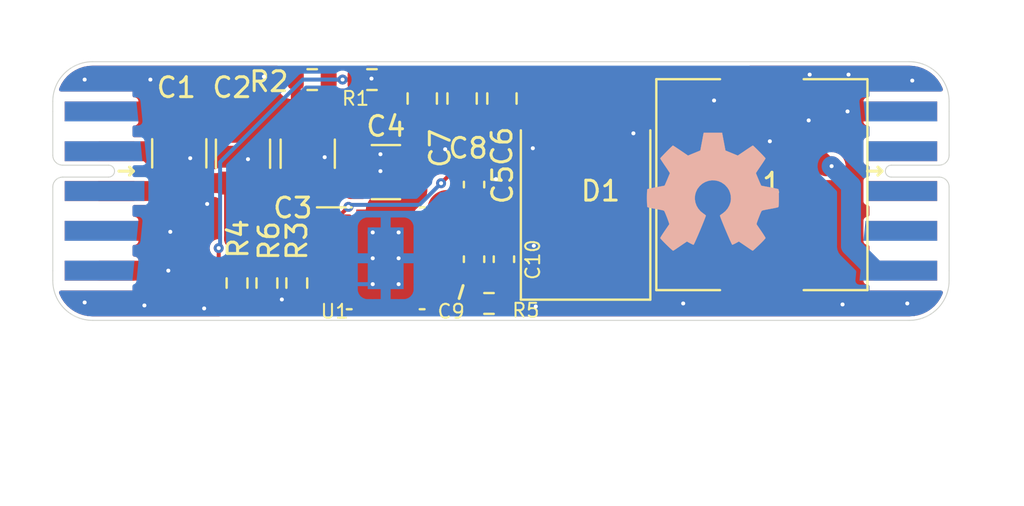
<source format=kicad_pcb>
(kicad_pcb (version 20221018) (generator pcbnew)
  (layers (0 "F.Cu" signal) (31 "B.Cu" signal) (34 "B.Paste" user) (35 "F.Paste" user) (36 "B.SilkS" user "B.Silkscreen") (37 "F.SilkS" user "F.Silkscreen") (38 "B.Mask" user) (39 "F.Mask" user) (44 "Edge.Cuts" user))
  (net 0 "")
  (net 1 "/step-down/48V")
  (net 2 "GND")
  (net 3 "/step-down/5V")
  (net 4 "/step-down/boot")
  (net 5 "/step-down/sw")
  (net 6 "/step-down/fb")
  (net 7 "Net-(U1-COMP)")
  (net 8 "Net-(C10-Pad1)")
  (net 9 "Net-(U1-EN)")
  (net 10 "Net-(U1-RT{slash}CLK)")
  (footprint "Resistor_SMD:R_0603_1608Metric" (layer "F.Cu") (at 161.9 102.15 180)
    (fp_text reference "R5" (at -1.85 -0.35) (layer "F.SilkS") (effects (font (size 0.7 0.7) (thickness 0.1))))
    (fp_text value "16.9k")
    (fp_line (start -0.237258 -0.5225) (end 0.237258 -0.5225) (stroke (width 0.12)) (layer "F.SilkS"))
    (fp_line (start -0.237258 0.5225) (end 0.237258 0.5225) (stroke (width 0.12)) (layer "F.SilkS"))
    (pad "1" smd roundrect (at -0.825 0 180) (size 0.8 0.95) (layers "F.Cu" "F.Paste" "F.Mask") (net 8 "Net-(C10-Pad1)"))
    (pad "2" smd roundrect (at 0.825 0 180) (size 0.8 0.95) (layers "F.Cu" "F.Paste" "F.Mask") (net 7 "Net-(U1-COMP)"))
  )
  (footprint "Resistor_SMD:R_0603_1608Metric" (layer "F.Cu") (at 153.025 90.9 180)
    (fp_text reference "R2" (at 2.175 -0.1) (layer "F.SilkS"))
    (fp_text value "10.2k")
    (fp_line (start -0.237258 -0.5225) (end 0.237258 -0.5225) (stroke (width 0.12)) (layer "F.SilkS"))
    (fp_line (start -0.237258 0.5225) (end 0.237258 0.5225) (stroke (width 0.12)) (layer "F.SilkS"))
    (pad "1" smd roundrect (at -0.825 0 180) (size 0.8 0.95) (layers "F.Cu" "F.Paste" "F.Mask") (net 6 "/step-down/fb"))
    (pad "2" smd roundrect (at 0.825 0 180) (size 0.8 0.95) (layers "F.Cu" "F.Paste" "F.Mask") (net 2 "GND"))
  )
  (footprint "Capacitor_SMD:C_0603_1608Metric" (layer "F.Cu") (at 161.15 96.175 -90)
    (fp_text reference "C5" (at 0 -1.43 90) (layer "F.SilkS"))
    (fp_text value "100nF")
    (fp_line (start -0.14058 -0.51) (end 0.14058 -0.51) (stroke (width 0.12)) (layer "F.SilkS"))
    (fp_line (start -0.14058 0.51) (end 0.14058 0.51) (stroke (width 0.12)) (layer "F.SilkS"))
    (pad "1" smd roundrect (at -0.775 0 270) (size 0.9 0.95) (layers "F.Cu" "F.Paste" "F.Mask") (net 4 "/step-down/boot"))
    (pad "2" smd roundrect (at 0.775 0 270) (size 0.9 0.95) (layers "F.Cu" "F.Paste" "F.Mask") (net 5 "/step-down/sw"))
  )
  (footprint "Capacitor_SMD:C_0805_2012Metric" (layer "F.Cu") (at 160.55 91.85 -90)
    (fp_text reference "C8" (at 2.5 -0.3 -180) (layer "F.SilkS"))
    (fp_text value "47uF")
    (fp_line (start -0.261252 -0.735) (end 0.261252 -0.735) (stroke (width 0.12)) (layer "F.SilkS"))
    (fp_line (start -0.261252 0.735) (end 0.261252 0.735) (stroke (width 0.12)) (layer "F.SilkS"))
    (pad "1" smd roundrect (at -0.95 0 270) (size 1 1.45) (layers "F.Cu" "F.Paste" "F.Mask") (net 3 "/step-down/5V"))
    (pad "2" smd roundrect (at 0.95 0 270) (size 1 1.45) (layers "F.Cu" "F.Paste" "F.Mask") (net 2 "GND"))
  )
  (footprint "on_edge:on_edge_2x05_device" (layer "F.Cu") (at 140 96.5 -90)
    (fp_text reference "J2")
    (fp_text value "013_PoE_rectified")
    (fp_line (start -1.2 -3.85) (end -1 -4.05) (stroke (width 0.153)) (layer "F.SilkS"))
    (fp_line (start -1 -4.05) (end -1 -3.323) (stroke (width 0.153)) (layer "F.SilkS"))
    (fp_line (start -1 -4.05) (end -0.8 -3.85) (stroke (width 0.153)) (layer "F.SilkS"))
    (fp_line (start -4 0) (end -1.8 0) (stroke (width 0.05)) (layer "Edge.Cuts"))
    (fp_line (start -1.3 -2.8) (end -1.3 -0.5) (stroke (width 0.05)) (layer "Edge.Cuts"))
    (fp_line (start -0.7 -0.5) (end -0.7 -2.8) (stroke (width 0.05)) (layer "Edge.Cuts"))
    (fp_line (start -0.2 0) (end 4 0) (stroke (width 0.05)) (layer "Edge.Cuts"))
    (fp_arc (start -1.3 -2.8) (mid -1 -3.1) (end -0.7 -2.8) (stroke (width 0.05)) (layer "Edge.Cuts"))
    (fp_arc (start -1.3 -0.5) (mid -1.446447 -0.146447) (end -1.8 0) (stroke (width 0.05)) (layer "Edge.Cuts"))
    (fp_arc (start -0.2 0) (mid -0.553553 -0.146447) (end -0.7 -0.5) (stroke (width 0.05)) (layer "Edge.Cuts"))
    (pad "1" smd rect (at -4 -2.35 90) (size 1 3.5) (layers "F.Cu" "F.Mask") (net 2 "GND"))
    (pad "2" smd rect (at -2 -2.35 270) (size 1 3.5) (layers "F.Cu" "F.Mask") (net 1 "/step-down/48V"))
    (pad "3" smd rect (at 0 -2.35 270) (size 1 3.5) (layers "F.Cu" "F.Mask") (net 1 "/step-down/48V"))
    (pad "4" smd rect (at 2 -2.35 90) (size 1 3.5) (layers "F.Cu" "F.Mask") (net 2 "GND"))
    (pad "5" smd rect (at 4 -2.35 90) (size 1 3.5) (layers "F.Cu" "F.Mask") (net 2 "GND"))
    (pad "6" smd custom (at -4 -2.4 270) (size 1 3.6) (layers "B.Cu" "B.Mask") (options (clearance outline) (anchor rect)) (primitives (gr_poly (pts (xy 0.5 -1.8) (xy 0.5 -1.9) (xy -0.5 -1.8)) (width 0) (fill yes))))
    (pad "7" smd custom (at -2 -2.1 270) (size 1 3) (layers "B.Cu" "B.Mask") (options (clearance outline) (anchor rect)) (primitives (gr_poly (pts (xy 0.3 -0.51) (xy 0.31 -0.62) (xy 0.33 -0.7) (xy 0.35 -0.76) (xy 0.37 -0.81) (xy 0.4 -0.86) (xy 0.44 -0.92) (xy 0.48 -0.97) (xy 0.5 -0.99) (xy 0.5 -2.4) (xy -0.5 -2.3) (xy -0.5 1.5) (xy 0.3 1.5)) (width 0) (fill yes))))
    (pad "8" smd rect (at 0 -2.6 270) (size 1 4) (layers "B.Cu" "B.Mask"))
    (pad "9" smd custom (at 2 -2.4 270) (size 1 3.6) (layers "B.Cu" "B.Mask") (options (clearance outline) (anchor rect)) (primitives (gr_poly (pts (xy -0.5 -1.8) (xy -0.5 -1.9) (xy 0.5 -1.8)) (width 0) (fill yes))))
    (pad "10" smd custom (at 4 -2.3 270) (size 1 3.4) (layers "B.Cu" "B.Mask") (options (clearance outline) (anchor rect)) (primitives (gr_poly (pts (xy -0.5 -1.7) (xy -0.5 -1.8) (xy 0.5 -1.7)) (width 0) (fill yes))))
    (zone (net 0) (net_name "") (layers "F&B.Cu") (connect_pads (clearance 0)) (min_thickness 0.254)
      (keepout (tracks allowed) (vias not_allowed) (pads allowed) (copperpour not_allowed) (footprints not_allowed))
      (fill (thermal_gap 0.508) (thermal_bridge_width 0.508))
      (polygon (pts (xy 140 101.5) (xy 140 91.5) (xy 144 91.5) (xy 144 101.5)))
    )
  )
  (footprint "Capacitor_SMD:C_0603_1608Metric" (layer "F.Cu") (at 161.15 99.925 90)
    (fp_text reference "C9" (at -2.625 -1.15 180) (layer "F.SilkS") (effects (font (size 0.7 0.7) (thickness 0.1))))
    (fp_text value "47pF")
    (fp_line (start -0.14058 -0.51) (end 0.14058 -0.51) (stroke (width 0.12)) (layer "F.SilkS"))
    (fp_line (start -0.14058 0.51) (end 0.14058 0.51) (stroke (width 0.12)) (layer "F.SilkS"))
    (pad "1" smd roundrect (at -0.775 0 90) (size 0.9 0.95) (layers "F.Cu" "F.Paste" "F.Mask") (net 7 "Net-(U1-COMP)"))
    (pad "2" smd roundrect (at 0.775 0 90) (size 0.9 0.95) (layers "F.Cu" "F.Paste" "F.Mask") (net 2 "GND"))
  )
  (footprint "Capacitor_SMD:C_1210_3225Metric" (layer "F.Cu") (at 146.35 94.605 90)
    (fp_text reference "C1" (at 3.305 -0.15 180) (layer "F.SilkS"))
    (fp_text value "2.2uF")
    (fp_line (start -0.711252 -1.36) (end 0.711252 -1.36) (stroke (width 0.12)) (layer "F.SilkS"))
    (fp_line (start -0.711252 1.36) (end 0.711252 1.36) (stroke (width 0.12)) (layer "F.SilkS"))
    (pad "1" smd roundrect (at -1.475 0 90) (size 1.15 2.7) (layers "F.Cu" "F.Paste" "F.Mask") (roundrect_rratio 0.2173913043) (net 1 "/step-down/48V"))
    (pad "2" smd roundrect (at 1.475 0 90) (size 1.15 2.7) (layers "F.Cu" "F.Paste" "F.Mask") (roundrect_rratio 0.2173913043) (net 2 "GND"))
  )
  (footprint "Capacitor_SMD:C_0603_1608Metric" (layer "F.Cu") (at 162.65 99.925 90)
    (fp_text reference "C10" (at -0.025 1.45 90) (layer "F.SilkS") (effects (font (size 0.7 0.7) (thickness 0.1))))
    (fp_text value "4.7nF")
    (fp_line (start -0.14058 -0.51) (end 0.14058 -0.51) (stroke (width 0.12)) (layer "F.SilkS"))
    (fp_line (start -0.14058 0.51) (end 0.14058 0.51) (stroke (width 0.12)) (layer "F.SilkS"))
    (pad "1" smd roundrect (at -0.775 0 90) (size 0.9 0.95) (layers "F.Cu" "F.Paste" "F.Mask") (net 8 "Net-(C10-Pad1)"))
    (pad "2" smd roundrect (at 0.775 0 90) (size 0.9 0.95) (layers "F.Cu" "F.Paste" "F.Mask") (net 2 "GND"))
  )
  (footprint "on_edge:on_edge_2x05_host" (layer "F.Cu") (at 185 96.5 -90)
    (fp_text reference "J1")
    (fp_text value "003_power")
    (fp_line (start -1 3.373) (end -1.2 3.573) (stroke (width 0.153)) (layer "F.SilkS"))
    (fp_line (start -1 4.1) (end -1 3.373) (stroke (width 0.153)) (layer "F.SilkS"))
    (fp_line (start -0.8 3.573) (end -1 3.373) (stroke (width 0.153)) (layer "F.SilkS"))
    (fp_line (start -4 0) (end -1.8 0) (stroke (width 0.05)) (layer "Edge.Cuts"))
    (fp_line (start -1.3 0.5) (end -1.3 2.9) (stroke (width 0.05)) (layer "Edge.Cuts"))
    (fp_line (start -0.7 2.9) (end -0.7 0.5) (stroke (width 0.05)) (layer "Edge.Cuts"))
    (fp_line (start -0.2 0) (end 4 0) (stroke (width 0.05)) (layer "Edge.Cuts"))
    (fp_arc (start -1.8 0) (mid -1.446447 0.146447) (end -1.3 0.5) (stroke (width 0.05)) (layer "Edge.Cuts"))
    (fp_arc (start -0.7 0.5) (mid -0.553553 0.146447) (end -0.2 0) (stroke (width 0.05)) (layer "Edge.Cuts"))
    (fp_arc (start -0.7 2.9) (mid -1 3.2) (end -1.3 2.9) (stroke (width 0.05)) (layer "Edge.Cuts"))
    (pad "1" smd rect (at -4 2.35 270) (size 1 3.5) (layers "F.Cu" "F.Mask") (net 2 "GND"))
    (pad "2" smd rect (at -2 2.35 270) (size 1 3.5) (layers "F.Cu" "F.Mask"))
    (pad "3" smd rect (at 0 2.35 270) (size 1 3.5) (layers "F.Cu" "F.Mask"))
    (pad "4" smd rect (at 2 2.35 270) (size 1 3.5) (layers "F.Cu" "F.Mask"))
    (pad "5" smd rect (at 4 2.35 270) (size 1 3.5) (layers "F.Cu" "F.Mask"))
    (pad "6" smd custom (at -4 2.4 90) (size 1 3.6) (layers "B.Cu" "B.Mask") (options (clearance outline) (anchor rect)) (primitives (gr_poly (pts (xy 0.5 -1.8) (xy -0.5 -1.8) (xy 0.5 -1.9)) (width 0) (fill yes))))
    (pad "7" smd rect (at -2 2.35 90) (size 1 3.5) (layers "B.Cu" "B.Mask"))
    (pad "8" smd rect (at 0 2.35 90) (size 1 3.5) (layers "B.Cu" "B.Mask"))
    (pad "9" smd custom (at 2 2.4 90) (size 1 3.6) (layers "B.Cu" "B.Mask") (options (clearance outline) (anchor rect)) (primitives (gr_poly (pts (xy 0.5 -1.8) (xy -0.5 -1.8) (xy -0.5 -1.9)) (width 0) (fill yes))))
    (pad "10" smd custom (at 4 2.5 90) (size 1 3.8) (layers "B.Cu" "B.Mask") (net 3 "/step-down/5V") (options (clearance outline) (anchor rect)) (primitives (gr_poly (pts (xy 0.5 -1.9) (xy -0.5 -1.9) (xy -0.5 -2)) (width 0) (fill yes))))
    (zone (net 0) (net_name "") (layers "F&B.Cu") (connect_pads (clearance 0)) (min_thickness 0.254)
      (keepout (tracks allowed) (vias not_allowed) (pads allowed) (copperpour not_allowed) (footprints not_allowed))
      (fill (thermal_gap 0.508) (thermal_bridge_width 0.508))
      (polygon (pts (xy 181 101.5) (xy 181 91.5) (xy 185 91.5) (xy 185 101.5)))
    )
  )
  (footprint "Diode_SMD:D_SMC" (layer "F.Cu") (at 166.75 97.05 90)
    (fp_text reference "D1" (at 0.55 0.75 180) (layer "F.SilkS"))
    (fp_text value "D560C")
    (fp_line (start -4.91 -3.25) (end 3.6 -3.25) (stroke (width 0.12)) (layer "F.SilkS"))
    (fp_line (start -4.91 3.25) (end -4.91 -3.25) (stroke (width 0.12)) (layer "F.SilkS"))
    (fp_line (start -4.91 3.25) (end 3.6 3.25) (stroke (width 0.12)) (layer "F.SilkS"))
    (pad "1" smd roundrect (at -3.4 0 180) (size 3.3 2.5) (layers "F.Cu" "F.Paste" "F.Mask") (roundrect_rratio 0.1) (net 5 "/step-down/sw"))
    (pad "2" smd roundrect (at 3.4 0 180) (size 3.3 2.5) (layers "F.Cu" "F.Paste" "F.Mask") (roundrect_rratio 0.1) (net 2 "GND"))
  )
  (footprint "Capacitor_SMD:C_0805_2012Metric" (layer "F.Cu") (at 158.55 91.85 -90)
    (fp_text reference "C7" (at 2.5 -0.9 90) (layer "F.SilkS"))
    (fp_text value "47uF")
    (fp_line (start -0.261252 -0.735) (end 0.261252 -0.735) (stroke (width 0.12)) (layer "F.SilkS"))
    (fp_line (start -0.261252 0.735) (end 0.261252 0.735) (stroke (width 0.12)) (layer "F.SilkS"))
    (pad "1" smd roundrect (at -0.95 0 270) (size 1 1.45) (layers "F.Cu" "F.Paste" "F.Mask") (net 3 "/step-down/5V"))
    (pad "2" smd roundrect (at 0.95 0 270) (size 1 1.45) (layers "F.Cu" "F.Paste" "F.Mask") (net 2 "GND"))
  )
  (footprint "Resistor_SMD:R_0603_1608Metric" (layer "F.Cu") (at 150.75 101.125 -90)
    (fp_text reference "R6" (at -2.125 -0.1 90) (layer "F.SilkS"))
    (fp_text value "243k")
    (fp_line (start -0.237258 -0.5225) (end 0.237258 -0.5225) (stroke (width 0.12)) (layer "F.SilkS"))
    (fp_line (start -0.237258 0.5225) (end 0.237258 0.5225) (stroke (width 0.12)) (layer "F.SilkS"))
    (pad "1" smd roundrect (at -0.825 0 270) (size 0.8 0.95) (layers "F.Cu" "F.Paste" "F.Mask") (net 10 "Net-(U1-RT{slash}CLK)"))
    (pad "2" smd roundrect (at 0.825 0 270) (size 0.8 0.95) (layers "F.Cu" "F.Paste" "F.Mask") (net 2 "GND"))
  )
  (footprint "Capacitor_SMD:C_1210_3225Metric" (layer "F.Cu") (at 152.8 94.625 90)
    (fp_text reference "C3" (at -2.725 -0.75 180) (layer "F.SilkS"))
    (fp_text value "2.2uF")
    (fp_line (start -0.711252 -1.36) (end 0.711252 -1.36) (stroke (width 0.12)) (layer "F.SilkS"))
    (fp_line (start -0.711252 1.36) (end 0.711252 1.36) (stroke (width 0.12)) (layer "F.SilkS"))
    (pad "1" smd roundrect (at -1.475 0 90) (size 1.15 2.7) (layers "F.Cu" "F.Paste" "F.Mask") (roundrect_rratio 0.2173913043) (net 1 "/step-down/48V"))
    (pad "2" smd roundrect (at 1.475 0 90) (size 1.15 2.7) (layers "F.Cu" "F.Paste" "F.Mask") (roundrect_rratio 0.2173913043) (net 2 "GND"))
  )
  (footprint "Resistor_SMD:R_0603_1608Metric" (layer "F.Cu") (at 152.25 101.125 -90)
    (fp_text reference "R3" (at -2.125 0 90) (layer "F.SilkS"))
    (fp_text value "10k")
    (fp_line (start -0.237258 -0.5225) (end 0.237258 -0.5225) (stroke (width 0.12)) (layer "F.SilkS"))
    (fp_line (start -0.237258 0.5225) (end 0.237258 0.5225) (stroke (width 0.12)) (layer "F.SilkS"))
    (pad "1" smd roundrect (at -0.825 0 270) (size 0.8 0.95) (layers "F.Cu" "F.Paste" "F.Mask") (net 9 "Net-(U1-EN)"))
    (pad "2" smd roundrect (at 0.825 0 270) (size 0.8 0.95) (layers "F.Cu" "F.Paste" "F.Mask") (net 2 "GND"))
  )
  (footprint "Resistor_SMD:R_0603_1608Metric" (layer "F.Cu") (at 149.25 101.125 -90)
    (fp_text reference "R4" (at -2.225 -0.05 90) (layer "F.SilkS"))
    (fp_text value "10k")
    (fp_line (start -0.237258 -0.5225) (end 0.237258 -0.5225) (stroke (width 0.12)) (layer "F.SilkS"))
    (fp_line (start -0.237258 0.5225) (end 0.237258 0.5225) (stroke (width 0.12)) (layer "F.SilkS"))
    (pad "1" smd roundrect (at -0.825 0 270) (size 0.8 0.95) (layers "F.Cu" "F.Paste" "F.Mask") (net 1 "/step-down/48V"))
    (pad "2" smd roundrect (at 0.825 0 270) (size 0.8 0.95) (layers "F.Cu" "F.Paste" "F.Mask") (net 9 "Net-(U1-EN)"))
  )
  (footprint "Capacitor_SMD:C_0805_2012Metric" (layer "F.Cu") (at 162.55 91.85 -90)
    (fp_text reference "C6" (at 2.4 0 90) (layer "F.SilkS"))
    (fp_text value "47uF")
    (fp_line (start -0.261252 -0.735) (end 0.261252 -0.735) (stroke (width 0.12)) (layer "F.SilkS"))
    (fp_line (start -0.261252 0.735) (end 0.261252 0.735) (stroke (width 0.12)) (layer "F.SilkS"))
    (pad "1" smd roundrect (at -0.95 0 270) (size 1 1.45) (layers "F.Cu" "F.Paste" "F.Mask") (net 3 "/step-down/5V"))
    (pad "2" smd roundrect (at 0.95 0 270) (size 1 1.45) (layers "F.Cu" "F.Paste" "F.Mask") (net 2 "GND"))
  )
  (footprint "Capacitor_SMD:C_1210_3225Metric" (layer "F.Cu") (at 156.725 95.55)
    (fp_text reference "C4" (at 0 -2.3) (layer "F.SilkS"))
    (fp_text value "2.2uF")
    (fp_line (start -0.711252 -1.36) (end 0.711252 -1.36) (stroke (width 0.12)) (layer "F.SilkS"))
    (fp_line (start -0.711252 1.36) (end 0.711252 1.36) (stroke (width 0.12)) (layer "F.SilkS"))
    (pad "1" smd roundrect (at -1.475 0) (size 1.15 2.7) (layers "F.Cu" "F.Paste" "F.Mask") (roundrect_rratio 0.2173913043) (net 1 "/step-down/48V"))
    (pad "2" smd roundrect (at 1.475 0) (size 1.15 2.7) (layers "F.Cu" "F.Paste" "F.Mask") (roundrect_rratio 0.2173913043) (net 2 "GND"))
  )
  (footprint "Package_SO:Texas_R-PDSO-G8_EP2.95x4.9mm_Mask2.4x3.1mm_ThermalVias" (layer "F.Cu") (at 156.7125 99.88)
    (fp_text reference "U1" (at -2.5625 2.67) (layer "F.SilkS") (effects (font (size 0.7 0.7) (thickness 0.1))))
    (fp_text value "TPS54560BDDA")
    (fp_line (start -1.710584 -2.56) (end -3.45 -2.56) (stroke (width 0.12)) (layer "F.SilkS"))
    (fp_line (start -1.710584 2.56) (end -1.95 2.56) (stroke (width 0.12)) (layer "F.SilkS"))
    (fp_line (start 1.710584 -2.56) (end 1.95 -2.56) (stroke (width 0.12)) (layer "F.SilkS"))
    (fp_line (start 1.710584 2.56) (end 1.95 2.56) (stroke (width 0.12)) (layer "F.SilkS"))
    (pad "1" smd roundrect (at -2.5625 -1.905) (size 1.775 0.6) (layers "F.Cu" "F.Paste" "F.Mask") (net 4 "/step-down/boot"))
    (pad "2" smd roundrect (at -2.5625 -0.635) (size 1.775 0.6) (layers "F.Cu" "F.Paste" "F.Mask") (net 1 "/step-down/48V"))
    (pad "3" smd roundrect (at -2.5625 0.635) (size 1.775 0.6) (layers "F.Cu" "F.Paste" "F.Mask") (net 9 "Net-(U1-EN)"))
    (pad "4" smd roundrect (at -2.5625 1.905) (size 1.775 0.6) (layers "F.Cu" "F.Paste" "F.Mask") (net 10 "Net-(U1-RT{slash}CLK)"))
    (pad "5" smd roundrect (at 2.5625 1.905) (size 1.775 0.6) (layers "F.Cu" "F.Paste" "F.Mask") (net 6 "/step-down/fb"))
    (pad "6" smd roundrect (at 2.5625 0.635) (size 1.775 0.6) (layers "F.Cu" "F.Paste" "F.Mask") (net 7 "Net-(U1-COMP)"))
    (pad "7" smd roundrect (at 2.5625 -0.635) (size 1.775 0.6) (layers "F.Cu" "F.Paste" "F.Mask") (net 2 "GND"))
    (pad "8" smd roundrect (at 2.5625 -1.905) (size 1.775 0.6) (layers "F.Cu" "F.Paste" "F.Mask") (net 5 "/step-down/sw"))
    (pad "9" thru_hole circle (at -0.65 -1.3) (size 0.5 0.5) (drill 0.2) (layers "*.Cu") (net 2 "GND"))
    (pad "9" thru_hole circle (at -0.65 0) (size 0.5 0.5) (drill 0.2) (layers "*.Cu") (net 2 "GND"))
    (pad "9" thru_hole circle (at -0.65 1.3) (size 0.5 0.5) (drill 0.2) (layers "*.Cu") (net 2 "GND"))
    (pad "9" smd rect (at 0 0) (size 1.8 3.1) (layers "B.Cu") (net 2 "GND"))
    (pad "9" smd rect (at 0 0) (size 2.95 4.9) (layers "F.Cu") (net 2 "GND"))
    (pad "9" thru_hole circle (at 0.65 -1.3) (size 0.5 0.5) (drill 0.2) (layers "*.Cu") (net 2 "GND"))
    (pad "9" thru_hole circle (at 0.65 0) (size 0.5 0.5) (drill 0.2) (layers "*.Cu") (net 2 "GND"))
    (pad "9" thru_hole circle (at 0.65 1.3) (size 0.5 0.5) (drill 0.2) (layers "*.Cu") (net 2 "GND"))
  )
  (footprint "Resistor_SMD:R_0603_1608Metric" (layer "F.Cu") (at 156.025 90.9 180)
    (fp_text reference "R1" (at 0.825 -0.95) (layer "F.SilkS") (effects (font (size 0.7 0.7) (thickness 0.1))))
    (fp_text value "53.6k")
    (fp_line (start -0.237258 -0.5225) (end 0.237258 -0.5225) (stroke (width 0.12)) (layer "F.SilkS"))
    (fp_line (start -0.237258 0.5225) (end 0.237258 0.5225) (stroke (width 0.12)) (layer "F.SilkS"))
    (pad "1" smd roundrect (at -0.825 0 180) (size 0.8 0.95) (layers "F.Cu" "F.Paste" "F.Mask") (net 3 "/step-down/5V"))
    (pad "2" smd roundrect (at 0.825 0 180) (size 0.8 0.95) (layers "F.Cu" "F.Paste" "F.Mask") (net 6 "/step-down/fb"))
  )
  (footprint "Capacitor_SMD:C_1210_3225Metric" (layer "F.Cu") (at 149.55 94.625 90)
    (fp_text reference "C2" (at 3.325 -0.55 180) (layer "F.SilkS"))
    (fp_text value "2.2uF")
    (fp_line (start -0.711252 -1.36) (end 0.711252 -1.36) (stroke (width 0.12)) (layer "F.SilkS"))
    (fp_line (start -0.711252 1.36) (end 0.711252 1.36) (stroke (width 0.12)) (layer "F.SilkS"))
    (pad "1" smd roundrect (at -1.475 0 90) (size 1.15 2.7) (layers "F.Cu" "F.Paste" "F.Mask") (roundrect_rratio 0.2173913043) (net 1 "/step-down/48V"))
    (pad "2" smd roundrect (at 1.475 0 90) (size 1.15 2.7) (layers "F.Cu" "F.Paste" "F.Mask") (roundrect_rratio 0.2173913043) (net 2 "GND"))
  )
  (footprint "Inductor_SMD:L_10.4x10.4_H4.8" (layer "F.Cu") (at 175.6 96.18 90)
    (fp_text reference "L1" (at 0.08 0.1 180) (layer "F.SilkS"))
    (fp_text value "6.8uH")
    (fp_line (start -5.3 -5.3) (end 5.3 -5.3) (stroke (width 0.12)) (layer "F.SilkS"))
    (fp_line (start -5.3 -2.1) (end -5.3 -5.3) (stroke (width 0.12)) (layer "F.SilkS"))
    (fp_line (start -5.3 5.3) (end -5.3 2.1) (stroke (width 0.12)) (layer "F.SilkS"))
    (fp_line (start 5.3 -5.3) (end 5.3 -2.1) (stroke (width 0.12)) (layer "F.SilkS"))
    (fp_line (start 5.3 2.1) (end 5.3 5.3) (stroke (width 0.12)) (layer "F.SilkS"))
    (fp_line (start 5.3 5.3) (end -5.3 5.3) (stroke (width 0.12)) (layer "F.SilkS"))
    (pad "1" smd rect (at -4.15 0 90) (size 2.7 3.6) (layers "F.Cu" "F.Paste" "F.Mask") (net 5 "/step-down/sw"))
    (pad "2" smd rect (at 4.15 0 90) (size 2.7 3.6) (layers "F.Cu" "F.Paste" "F.Mask") (net 3 "/step-down/5V"))
  )
  (footprint "Symbol:OSHW-Symbol_6.7x6mm_SilkScreen" (layer "B.Cu") (at 173.15 96.55 180)
    (fp_text reference "LOGO1" hide)
    (fp_text value "Logo_Open_Hardware_Small" hide)
    (fp_poly (pts (xy 0.555814 2.531069) (xy 0.639635 2.086445) (xy 0.94892 1.958947) (xy 1.258206 1.831449) (xy 1.629246 2.083754) (xy 1.733157 2.154004) (xy 1.827087 2.216728) (xy 1.906652 2.269062) (xy 1.96747 2.308143) (xy 2.005157 2.331107) (xy 2.015421 2.336058) (xy 2.03391 2.323324) (xy 2.07342 2.288118) (xy 2.129522 2.234938) (xy 2.197787 2.168282) (xy 2.273786 2.092646) (xy 2.353092 2.012528) (xy 2.431275 1.932426) (xy 2.503907 1.856836) (xy 2.566559 1.790255) (xy 2.614803 1.737182) (xy 2.64421 1.702113) (xy 2.651241 1.690377) (xy 2.641123 1.66874) (xy 2.612759 1.621338) (xy 2.569129 1.552807) (xy 2.513218 1.467785) (xy 2.448006 1.370907) (xy 2.410219 1.31565) (xy 2.341343 1.214752) (xy 2.28014 1.123701) (xy 2.229578 1.04703) (xy 2.192628 0.989272) (xy 2.172258 0.954957) (xy 2.169197 0.947746) (xy 2.176136 0.927252) (xy 2.195051 0.879487) (xy 2.223087 0.811168) (xy 2.257391 0.729011) (xy 2.295109 0.63973) (xy 2.333387 0.550042) (xy 2.36937 0.466662) (xy 2.400206 0.396306) (xy 2.423039 0.34569) (xy 2.435017 0.321529) (xy 2.435724 0.320578) (xy 2.454531 0.315964) (xy 2.504618 0.305672) (xy 2.580793 0.290713) (xy 2.677865 0.272099) (xy 2.790643 0.250841) (xy 2.856442 0.238582) (xy 2.97695 0.215638) (xy 3.085797 0.193805) (xy 3.177476 0.174278) (xy 3.246481 0.158252) (xy 3.287304 0.146921) (xy 3.295511 0.143326) (xy 3.303548 0.118994) (xy 3.310033 0.064041) (xy 3.31497 -0.015108) (xy 3.318364 -0.112026) (xy 3.320218 -0.220287) (xy 3.320538 -0.333465) (xy 3.319327 -0.445135) (xy 3.31659 -0.548868) (xy 3.312331 -0.638241) (xy 3.306555 -0.706826) (xy 3.299267 -0.748197) (xy 3.294895 -0.75681) (xy 3.268764 -0.767133) (xy 3.213393 -0.781892) (xy 3.136107 -0.799352) (xy 3.04423 -0.81778) (xy 3.012158 -0.823741) (xy 2.857524 -0.852066) (xy 2.735375 -0.874876) (xy 2.641673 -0.89308) (xy 2.572384 -0.907583) (xy 2.523471 -0.919292) (xy 2.490897 -0.929115) (xy 2.470628 -0.937956) (xy 2.458626 -0.946724) (xy 2.456947 -0.948457) (xy 2.440184 -0.976371) (xy 2.414614 -1.030695) (xy 2.382788 -1.104777) (xy 2.34726 -1.191965) (xy 2.310583 -1.285608) (xy 2.275311 -1.379052) (xy 2.243996 -1.465647) (xy 2.219193 -1.53874) (xy 2.203454 -1.591678) (xy 2.199332 -1.617811) (xy 2.199676 -1.618726) (xy 2.213641 -1.640086) (xy 2.245322 -1.687084) (xy 2.291391 -1.754827) (xy 2.348518 -1.838423) (xy 2.413373 -1.932982) (xy 2.431843 -1.959854) (xy 2.497699 -2.057275) (xy 2.55565 -2.146163) (xy 2.602538 -2.221412) (xy 2.635207 -2.27792) (xy 2.6505 -2.310581) (xy 2.651241 -2.314593) (xy 2.638392 -2.335684) (xy 2.602888 -2.377464) (xy 2.549293 -2.435445) (xy 2.482171 -2.505135) (xy 2.406087 -2.582045) (xy 2.325604 -2.661683) (xy 2.245287 -2.739561) (xy 2.169699 -2.811186) (xy 2.103405 -2.87207) (xy 2.050969 -2.917721) (xy 2.016955 -2.94365) (xy 2.007545 -2.947883) (xy 1.985643 -2.937912) (xy 1.9408 -2.91102) (xy 1.880321 -2.871736) (xy 1.833789 -2.840117) (xy 1.749475 -2.782098) (xy 1.649626 -2.713784) (xy 1.549473 -2.645579) (xy 1.495627 -2.609075) (xy 1.313371 -2.4858) (xy 1.160381 -2.56852) (xy 1.090682 -2.604759) (xy 1.031414 -2.632926) (xy 0.991311 -2.648991) (xy 0.981103 -2.651226) (xy 0.968829 -2.634722) (xy 0.944613 -2.588082) (xy 0.910263 -2.515609) (xy 0.867588 -2.421606) (xy 0.818394 -2.310374) (xy 0.76449 -2.186215) (xy 0.707684 -2.053432) (xy 0.649782 -1.916327) (xy 0.592593 -1.779202) (xy 0.537924 -1.646358) (xy 0.487584 -1.522098) (xy 0.44338 -1.410725) (xy 0.407119 -1.316539) (xy 0.380609 -1.243844) (xy 0.365658 -1.196941) (xy 0.363254 -1.180833) (xy 0.382311 -1.160286) (xy 0.424036 -1.126933) (xy 0.479706 -1.087702) (xy 0.484378 -1.084599) (xy 0.628264 -0.969423) (xy 0.744283 -0.835053) (xy 0.83143 -0.685784) (xy 0.888699 -0.525913) (xy 0.915086 -0.359737) (xy 0.909585 -0.191552) (xy 0.87119 -0.025655) (xy 0.798895 0.133658) (xy 0.777626 0.168513) (xy 0.666996 0.309263) (xy 0.536302 0.422286) (xy 0.390064 0.506997) (xy 0.232808 0.562806) (xy 0.069057 0.589126) (xy -0.096667 0.58537) (xy -0.259838 0.55095) (xy -0.415935 0.485277) (xy -0.560433 0.387765) (xy -0.605131 0.348187) (xy -0.718888 0.224297) (xy -0.801782 0.093876) (xy -0.858644 -0.052315) (xy -0.890313 -0.197088) (xy -0.898131 -0.35986) (xy -0.872062 -0.52344) (xy -0.814755 -0.682298) (xy -0.728856 -0.830906) (xy -0.617014 -0.963735) (xy -0.481877 -1.075256) (xy -0.464117 -1.087011) (xy -0.40785 -1.125508) (xy -0.365077 -1.158863) (xy -0.344628 -1.18016) (xy -0.344331 -1.180833) (xy -0.348721 -1.203871) (xy -0.366124 -1.256157) (xy -0.394732 -1.33339) (xy -0.432735 -1.431268) (xy -0.478326 -1.545491) (xy -0.529697 -1.671758) (xy -0.585038 -1.805767) (xy -0.642542 -1.943218) (xy -0.700399 -2.079808) (xy -0.756802 -2.211237) (xy -0.809942 -2.333205) (xy -0.85801 -2.441409) (xy -0.899199 -2.531549) (xy -0.931699 -2.599323) (xy -0.953703 -2.64043) (xy -0.962564 -2.651226) (xy -0.98964 -2.642819) (xy -1.040303 -2.620272) (xy -1.105817 -2.587613) (xy -1.141841 -2.56852) (xy -1.294832 -2.4858) (xy -1.477088 -2.609075) (xy -1.570125 -2.672228) (xy -1.671985 -2.741727) (xy -1.767438 -2.807165) (xy -1.81525 -2.840117) (xy -1.882495 -2.885273) (xy -1.939436 -2.921057) (xy -1.978646 -2.942938) (xy -1.991381 -2.947563) (xy -2.009917 -2.935085) (xy -2.050941 -2.900252) (xy -2.110475 -2.846678) (xy -2.184542 -2.777983) (xy -2.269165 -2.697781) (xy -2.322685 -2.646286) (xy -2.416319 -2.554286) (xy -2.497241 -2.471999) (xy -2.562177 -2.402945) (xy -2.607858 -2.350644) (xy -2.631011 -2.318616) (xy -2.633232 -2.312116) (xy -2.622924 -2.287394) (xy -2.594439 -2.237405) (xy -2.550937 -2.167212) (xy -2.495577 -2.081875) (xy -2.43152 -1.986456) (xy -2.413303 -1.959854) (xy -2.346927 -1.863167) (xy -2.287378 -1.776117) (xy -2.237984 -1.703595) (xy -2.202075 -1.650493) (xy -2.182981 -1.621703) (xy -2.181136 -1.618726) (xy -2.183895 -1.595782) (xy -2.198538 -1.545336) (xy -2.222513 -1.474041) (xy -2.253266 -1.388547) (xy -2.288244 -1.295507) (xy -2.324893 -1.201574) (xy -2.360661 -1.113399) (xy -2.392994 -1.037634) (xy -2.419338 -0.980931) (xy -2.437142 -0.949943) (xy -2.438407 -0.948457) (xy -2.449294 -0.939601) (xy -2.467682 -0.930843) (xy -2.497606 -0.921277) (xy -2.543103 -0.909996) (xy -2.608209 -0.896093) (xy -2.696961 -0.878663) (xy -2.813393 -0.856798) (xy -2.961542 -0.829591) (xy -2.993618 -0.823741) (xy -3.088686 -0.805374) (xy -3.171565 -0.787405) (xy -3.23493 -0.771569) (xy -3.271458 -0.7596) (xy -3.276356 -0.75681) (xy -3.284427 -0.732072) (xy -3.290987 -0.67679) (xy -3.296033 -0.597389) (xy -3.299559 -0.500296) (xy -3.301561 -0.391938) (xy -3.302036 -0.27874) (xy -3.300977 -0.167128) (xy -3.298382 -0.063529) (xy -3.294246 0.025632) (xy -3.288563 0.093928) (xy -3.281331 0.134934) (xy -3.276971 0.143326) (xy -3.252698 0.151792) (xy -3.197426 0.165565) (xy -3.116662 0.18345) (xy -3.015912 0.204252) (xy -2.900683 0.226777) (xy -2.837902 0.238582) (xy -2.718787 0.260849) (xy -2.612565 0.281021) (xy -2.524427 0.298085) (xy -2.459566 0.311031) (xy -2.423174 0.318845) (xy -2.417184 0.320578) (xy -2.407061 0.34011) (xy -2.385662 0.387157) (xy -2.355839 0.454997) (xy -2.320445 0.536909) (xy -2.282332 0.626172) (xy -2.244353 0.716065) (xy -2.20936 0.799865) (xy -2.180206 0.870853) (xy -2.159743 0.922306) (xy -2.150823 0.947503) (xy -2.150657 0.948604) (xy -2.160769 0.968481) (xy -2.189117 1.014223) (xy -2.232723 1.081283) (xy -2.288606 1.165116) (xy -2.353787 1.261174) (xy -2.391679 1.31635) (xy -2.460725 1.417519) (xy -2.52205 1.50937) (xy -2.572663 1.587256) (xy -2.609571 1.646531) (xy -2.629782 1.682549) (xy -2.632701 1.690623) (xy -2.620153 1.709416) (xy -2.585463 1.749543) (xy -2.533063 1.806507) (xy -2.467384 1.875815) (xy -2.392856 1.952969) (xy -2.313913 2.033475) (xy -2.234983 2.112837) (xy -2.1605 2.18656) (xy -2.094894 2.250148) (xy -2.042596 2.299106) (xy -2.008039 2.328939) (xy -1.996478 2.336058) (xy -1.977654 2.326047) (xy -1.932631 2.297922) (xy -1.865787 2.254546) (xy -1.781499 2.198782) (xy -1.684144 2.133494) (xy -1.610707 2.083754) (xy -1.239667 1.831449) (xy -0.621095 2.086445) (xy -0.537275 2.531069) (xy -0.453454 2.975693) (xy 0.471994 2.975693) (xy 0.555814 2.531069)) (stroke (width 0.01)) (fill solid) (layer "B.SilkS"))
  )
  (gr_line (start 160.4 101.9) (end 160.6 101.25) (stroke (width 0.15)) (layer "F.SilkS"))
  (gr_line (start 142 90) (end 183 90) (stroke (width 0.05)) (layer "Edge.Cuts"))
  (gr_arc (start 185 101) (mid 184.414214 102.414214) (end 183 103) (stroke (width 0.05)) (layer "Edge.Cuts"))
  (gr_line (start 185 101) (end 185 100.5) (stroke (width 0.05)) (layer "Edge.Cuts"))
  (gr_line (start 183 103) (end 142 103) (stroke (width 0.05)) (layer "Edge.Cuts"))
  (gr_arc (start 183 90) (mid 184.414214 90.585786) (end 185 92) (stroke (width 0.05)) (layer "Edge.Cuts"))
  (gr_line (start 140 101) (end 140 100.5) (stroke (width 0.05)) (layer "Edge.Cuts"))
  (gr_arc (start 142 103) (mid 140.585786 102.414214) (end 140 101) (stroke (width 0.05)) (layer "Edge.Cuts"))
  (gr_line (start 185 92.5) (end 185 92) (stroke (width 0.05)) (layer "Edge.Cuts"))
  (gr_line (start 140 92.5) (end 140 92) (stroke (width 0.05)) (layer "Edge.Cuts"))
  (gr_arc (start 140 92) (mid 140.585786 90.585786) (end 142 90) (stroke (width 0.05)) (layer "Edge.Cuts"))
  (segment (start 149.1 98.9) (end 149.1 96.55) (width 1) (layer "F.Cu") (net 1))
  (segment (start 146.37 96.1) (end 146.35 96.08) (width 1) (layer "F.Cu") (net 1))
  (segment (start 149.1 96.55) (end 149.55 96.1) (width 1) (layer "F.Cu") (net 1))
  (segment (start 153.262501 99.245) (end 152.917501 98.9) (width 1) (layer "F.Cu") (net 1))
  (segment (start 142.35 96.5) (end 145.93 96.5) (width 1) (layer "F.Cu") (net 1))
  (segment (start 144.77 94.5) (end 146.35 96.08) (width 1) (layer "F.Cu") (net 1))
  (segment (start 149.1 98.9) (end 149.225 99.025) (width 1) (layer "F.Cu") (net 1))
  (segment (start 142.35 94.5) (end 144.77 94.5) (width 1) (layer "F.Cu") (net 1))
  (segment (start 152.917501 98.9) (end 149.1 98.9) (width 1) (layer "F.Cu") (net 1))
  (segment (start 154.8 96.1) (end 146.37 96.1) (width 1) (layer "F.Cu") (net 1))
  (segment (start 154.15 99.245) (end 153.262501 99.245) (width 1) (layer "F.Cu") (net 1))
  (segment (start 145.93 96.5) (end 146.35 96.08) (width 1) (layer "F.Cu") (net 1))
  (segment (start 149.225 99.025) (end 149.225 100.3) (width 1) (layer "F.Cu") (net 1))
  (segment (start 156.7125 97.529468) (end 157.8 96.441968) (width 2) (layer "F.Cu") (net 2))
  (segment (start 182.65 92.5) (end 179.9 92.5) (width 1) (layer "F.Cu") (net 2))
  (segment (start 146.407 93.073) (end 166.173 93.073) (width 2) (layer "F.Cu") (net 2))
  (segment (start 159.275 99.245) (end 162.555 99.245) (width 1) (layer "F.Cu") (net 2))
  (segment (start 156.7125 99.88) (end 156.7125 97.529468) (width 2) (layer "F.Cu") (net 2))
  (segment (start 156.247 93.073) (end 156.17 93.15) (width 2) (layer "F.Cu") (net 2))
  (segment (start 166.173 93.073) (end 166.75 93.65) (width 2) (layer "F.Cu") (net 2))
  (segment (start 145.8 100.5) (end 146.1 100.2) (width 1) (layer "F.Cu") (net 2))
  (segment (start 162.555 99.245) (end 162.65 99.15) (width 1) (layer "F.Cu") (net 2))
  (segment (start 151.5 101.95) (end 152.25 101.95) (width 0.2) (layer "F.Cu") (net 2))
  (segment (start 146.35 93.13) (end 146.407 93.073) (width 2) (layer "F.Cu") (net 2))
  (segment (start 145.95 98.5) (end 146.05 98.5) (width 1) (layer "F.Cu") (net 2))
  (segment (start 142.35 98.5) (end 145.85 98.5) (width 1) (layer "F.Cu") (net 2))
  (segment (start 152.2 90.9) (end 152.2 92.55) (width 0.2) (layer "F.Cu") (net 2))
  (segment (start 145.72 92.5) (end 146.35 93.13) (width 1) (layer "F.Cu") (net 2))
  (segment (start 146.1 100.2) (end 146.05 100.15) (width 1) (layer "F.Cu") (net 2))
  (segment (start 142.35 92.5) (end 145.72 92.5) (width 1) (layer "F.Cu") (net 2))
  (segment (start 157.8 93.073) (end 156.247 93.073) (width 2) (layer "F.Cu") (net 2))
  (segment (start 159.275 99.245) (end 157.3475 99.245) (width 1) (layer "F.Cu") (net 2))
  (segment (start 157.3475 99.245) (end 156.7125 99.88) (width 1) (layer "F.Cu") (net 2))
  (segment (start 142.35 100.5) (end 145.8 100.5) (width 1) (layer "F.Cu") (net 2))
  (segment (start 145.85 98.5) (end 145.9 98.55) (width 1) (layer "F.Cu") (net 2))
  (segment (start 152.2 92.55) (end 152.8 93.15) (width 0.2) (layer "F.Cu") (net 2))
  (segment (start 157.8 96.441968) (end 157.8 93.073) (width 2) (layer "F.Cu") (net 2))
  (segment (start 150.75 101.95) (end 151.5 101.95) (width 0.2) (layer "F.Cu") (net 2))
  (segment (start 146.05 100.15) (end 146.05 98.5) (width 1) (layer "F.Cu") (net 2))
  (segment (start 145.9 98.55) (end 145.95 98.5) (width 1) (layer "F.Cu") (net 2))
  (via (at 164.15 99.25) (size 0.5) (drill 0.2) (layers "F.Cu" "B.Cu") (net 2))
  (via (at 162.25 95.9) (size 0.5) (drill 0.2) (layers "F.Cu" "B.Cu") (net 2))
  (via (at 178 90.65) (size 0.5) (drill 0.2) (layers "F.Cu" "B.Cu") (net 2))
  (via (at 141.6 90.9) (size 0.5) (drill 0.2) (layers "F.Cu" "B.Cu") (net 2))
  (via (at 144.9 90.9) (size 0.5) (drill 0.2) (layers "F.Cu" "B.Cu") (net 2))
  (via (at 179.9 92.5) (size 0.5) (drill 0.2) (layers "F.Cu" "B.Cu") (net 2))
  (via (at 141.6 102.1) (size 0.5) (drill 0.2) (layers "F.Cu" "B.Cu") (net 2))
  (via (at 173.2 91.95) (size 0.5) (drill 0.2) (layers "F.Cu" "B.Cu") (net 2))
  (via (at 171.65 102.15) (size 0.5) (drill 0.2) (layers "F.Cu" "B.Cu") (net 2))
  (via (at 149.8 94.9) (size 0.5) (drill 0.2) (layers "F.Cu" "B.Cu") (net 2))
  (via (at 145.8 100.5) (size 0.5) (drill 0.2) (layers "F.Cu" "B.Cu") (net 2))
  (via (at 179.65 102.2) (size 0.5) (drill 0.2) (layers "F.Cu" "B.Cu") (net 2))
  (via (at 145.9 98.55) (size 0.5) (drill 0.2) (layers "F.Cu" "B.Cu") (net 2))
  (via (at 150.6 90.75) (size 0.5) (drill 0.2) (layers "F.Cu" "B.Cu") (net 2))
  (via (at 147.6 102.4) (size 0.5) (drill 0.2) (layers "F.Cu" "B.Cu") (net 2))
  (via (at 183.15 90.95) (size 0.5) (drill 0.2) (layers "F.Cu" "B.Cu") (net 2))
  (via (at 159.7 94.4) (size 0.5) (drill 0.2) (layers "F.Cu" "B.Cu") (net 2))
  (via (at 177.95 92.95) (size 0.5) (drill 0.2) (layers "F.Cu" "B.Cu") (net 2))
  (via (at 151.5 101.95) (size 0.5) (drill 0.2) (layers "F.Cu" "B.Cu") (net 2))
  (via (at 156.45 95.5) (size 0.5) (drill 0.2) (layers "F.Cu" "B.Cu") (net 2))
  (via (at 153.65 94.8) (size 0.5) (drill 0.2) (layers "F.Cu" "B.Cu") (net 2))
  (via (at 169.15 93.6) (size 0.5) (drill 0.2) (layers "F.Cu" "B.Cu") (net 2))
  (via (at 176 94) (size 0.5) (drill 0.2) (layers "F.Cu" "B.Cu") (net 2))
  (via (at 156 90.85) (size 0.5) (drill 0.2) (layers "F.Cu" "B.Cu") (net 2))
  (via (at 144.6 102.25) (size 0.5) (drill 0.2) (layers "F.Cu" "B.Cu") (net 2))
  (via (at 156.45 94.65) (size 0.5) (drill 0.2) (layers "F.Cu" "B.Cu") (net 2))
  (via (at 147.75 97.15) (size 0.5) (drill 0.2) (layers "F.Cu" "B.Cu") (net 2))
  (via (at 179.95 90.65) (size 0.5) (drill 0.2) (layers "F.Cu" "B.Cu") (net 2))
  (via (at 182.9 102.15) (size 0.5) (drill 0.2) (layers "F.Cu" "B.Cu") (net 2))
  (via (at 146.9 94.85) (size 0.5) (drill 0.2) (layers "F.Cu" "B.Cu") (net 2))
  (via (at 164.1 94.35) (size 0.5) (drill 0.2) (layers "F.Cu" "B.Cu") (net 2))
  (via (at 164.25 102.3) (size 0.5) (drill 0.2) (layers "F.Cu" "B.Cu") (net 2))
  (segment (start 152.27 101.18) (end 151.5 101.95) (width 0.2) (layer "B.Cu") (net 2))
  (segment (start 156.0625 101.18) (end 152.27 101.18) (width 0.2) (layer "B.Cu") (net 2))
  (segment (start 179.1 95.25) (end 178.82 95.25) (width 1) (layer "F.Cu") (net 3))
  (segment (start 158.55 90.9) (end 174.47 90.9) (width 1) (layer "F.Cu") (net 3))
  (segment (start 156.85 90.9) (end 158.55 90.9) (width 0.2) (layer "F.Cu") (net 3))
  (segment (start 174.47 90.9) (end 175.6 92.03) (width 1) (layer "F.Cu") (net 3))
  (segment (start 178.82 95.25) (end 175.6 92.03) (width 1) (layer "F.Cu") (net 3))
  (via (at 179.1 95.25) (size 0.5) (drill 0.2) (layers "F.Cu" "B.Cu") (net 3))
  (segment (start 181.313286 100.5) (end 180.073 99.259714) (width 1) (layer "B.Cu") (net 3))
  (segment (start 180.073 99.259714) (end 180.073 96.223) (width 1) (layer "B.Cu") (net 3))
  (segment (start 180.073 96.223) (end 179.1 95.25) (width 1) (layer "B.Cu") (net 3))
  (segment (start 182.5 100.5) (end 181.313286 100.5) (width 1) (layer "B.Cu") (net 3))
  (segment (start 154.844151 97.294151) (end 154.163302 97.975) (width 0.2) (layer "F.Cu") (net 4))
  (segment (start 159.494938 96.107729) (end 160.202667 95.4) (width 0.2) (layer "F.Cu") (net 4))
  (segment (start 160.202667 95.4) (end 161.15 95.4) (width 0.2) (layer "F.Cu") (net 4))
  (segment (start 154.163302 97.975) (end 154.15 97.975) (width 0.2) (layer "F.Cu") (net 4))
  (via (at 154.844151 97.294151) (size 0.5) (drill 0.2) (layers "F.Cu" "B.Cu") (net 4))
  (via (at 159.494938 96.107729) (size 0.5) (drill 0.2) (layers "F.Cu" "B.Cu") (net 4))
  (segment (start 158.407866 97.194801) (end 159.494938 96.107729) (width 0.2) (layer "B.Cu") (net 4))
  (segment (start 154.943501 97.194801) (end 158.407866 97.194801) (width 0.2) (layer "B.Cu") (net 4))
  (segment (start 154.844151 97.294151) (end 154.943501 97.194801) (width 0.2) (layer "B.Cu") (net 4))
  (segment (start 166.87 100.33) (end 166.75 100.45) (width 2) (layer "F.Cu") (net 5))
  (segment (start 175.6 100.33) (end 166.87 100.33) (width 2) (layer "F.Cu") (net 5))
  (segment (start 165.45 97.45) (end 159.8 97.45) (width 2) (layer "F.Cu") (net 5))
  (segment (start 166.75 98.75) (end 165.45 97.45) (width 2) (layer "F.Cu") (net 5))
  (segment (start 166.75 100.45) (end 166.75 98.75) (width 2) (layer "F.Cu") (net 5))
  (segment (start 153.85 90.9) (end 155.2 90.9) (width 0.2) (layer "F.Cu") (net 6))
  (segment (start 148.329372 102.113784) (end 148.329372 99.368931) (width 0.2) (layer "F.Cu") (net 6))
  (segment (start 159.275 101.785) (end 158.483 102.577) (width 0.2) (layer "F.Cu") (net 6))
  (segment (start 158.483 102.577) (end 148.792588 102.577) (width 0.2) (layer "F.Cu") (net 6))
  (segment (start 148.792588 102.577) (end 148.329372 102.113784) (width 0.2) (layer "F.Cu") (net 6))
  (segment (start 154.55 90.9) (end 153.85 90.9) (width 0.2) (layer "F.Cu") (net 6))
  (via (at 154.55 90.9) (size 0.5) (drill 0.2) (layers "F.Cu" "B.Cu") (net 6))
  (via (at 148.329372 99.368931) (size 0.5) (drill 0.2) (layers "F.Cu" "B.Cu") (net 6))
  (segment (start 148.4 95.05) (end 148.4 99.298303) (width 0.2) (layer "B.Cu") (net 6))
  (segment (start 152.55 90.9) (end 148.4 95.05) (width 0.2) (layer "B.Cu") (net 6))
  (segment (start 154.55 90.9) (end 152.55 90.9) (width 0.2) (layer "B.Cu") (net 6))
  (segment (start 148.4 99.298303) (end 148.329372 99.368931) (width 0.2) (layer "B.Cu") (net 6))
  (segment (start 161.15 102.075) (end 161.075 102.15) (width 0.2) (layer "F.Cu") (net 7))
  (segment (start 159.275 100.515) (end 160.965 100.515) (width 0.2) (layer "F.Cu") (net 7))
  (segment (start 161.15 100.7) (end 161.15 102.075) (width 0.2) (layer "F.Cu") (net 7))
  (segment (start 160.965 100.515) (end 161.15 100.7) (width 0.2) (layer "F.Cu") (net 7))
  (segment (start 162.725 100.775) (end 162.725 102.15) (width 0.2) (layer "F.Cu") (net 8))
  (segment (start 162.65 100.7) (end 162.725 100.775) (width 0.2) (layer "F.Cu") (net 8))
  (segment (start 150.292588 99.673) (end 149.952 100.013588) (width 0.2) (layer "F.Cu") (net 9))
  (segment (start 149.952 101.248) (end 149.25 101.95) (width 0.2) (layer "F.Cu") (net 9))
  (segment (start 154.15 100.515) (end 152.465 100.515) (width 0.2) (layer "F.Cu") (net 9))
  (segment (start 152.25 100.3) (end 151.623 99.673) (width 0.2) (layer "F.Cu") (net 9))
  (segment (start 152.465 100.515) (end 152.25 100.3) (width 0.2) (layer "F.Cu") (net 9))
  (segment (start 149.952 100.013588) (end 149.952 101.248) (width 0.2) (layer "F.Cu") (net 9))
  (segment (start 151.623 99.673) (end 150.292588 99.673) (width 0.2) (layer "F.Cu") (net 9))
  (segment (start 153.262501 101.785) (end 152.404501 100.927) (width 0.2) (layer "F.Cu") (net 10))
  (segment (start 151.377 100.927) (end 150.75 100.3) (width 0.2) (layer "F.Cu") (net 10))
  (segment (start 154.15 101.785) (end 153.262501 101.785) (width 0.2) (layer "F.Cu") (net 10))
  (segment (start 152.404501 100.927) (end 151.377 100.927) (width 0.2) (layer "F.Cu") (net 10))
  (zone (net 2) (net_name "GND") (layers "F&B.Cu") (connect_pads (clearance 0.2)) (min_thickness 0.2) (fill yes (thermal_gap 0.5) (thermal_bridge_width 0.5))
    (polygon (pts (xy 137.45 87.1) (xy 186.2 86.9) (xy 186.05 105.25) (xy 137.35 104.85)))
  )
)
</source>
